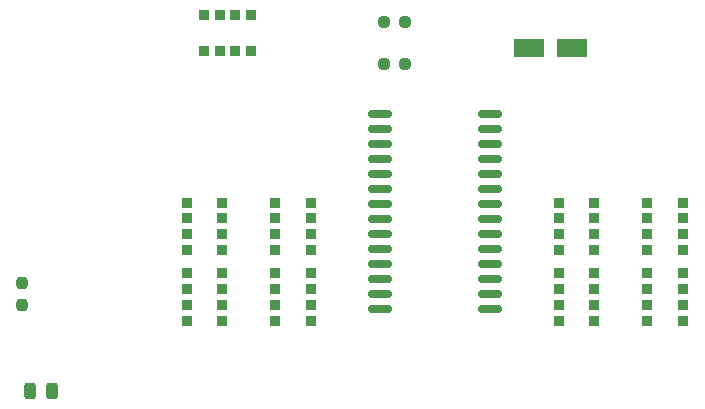
<source format=gtp>
%TF.GenerationSoftware,KiCad,Pcbnew,(6.0.4)*%
%TF.CreationDate,2022-04-04T21:53:05+02:00*%
%TF.ProjectId,SWITCH_INPUT_BOARD,53574954-4348-45f4-994e-5055545f424f,rev?*%
%TF.SameCoordinates,Original*%
%TF.FileFunction,Paste,Top*%
%TF.FilePolarity,Positive*%
%FSLAX46Y46*%
G04 Gerber Fmt 4.6, Leading zero omitted, Abs format (unit mm)*
G04 Created by KiCad (PCBNEW (6.0.4)) date 2022-04-04 21:53:05*
%MOMM*%
%LPD*%
G01*
G04 APERTURE LIST*
G04 Aperture macros list*
%AMRoundRect*
0 Rectangle with rounded corners*
0 $1 Rounding radius*
0 $2 $3 $4 $5 $6 $7 $8 $9 X,Y pos of 4 corners*
0 Add a 4 corners polygon primitive as box body*
4,1,4,$2,$3,$4,$5,$6,$7,$8,$9,$2,$3,0*
0 Add four circle primitives for the rounded corners*
1,1,$1+$1,$2,$3*
1,1,$1+$1,$4,$5*
1,1,$1+$1,$6,$7*
1,1,$1+$1,$8,$9*
0 Add four rect primitives between the rounded corners*
20,1,$1+$1,$2,$3,$4,$5,0*
20,1,$1+$1,$4,$5,$6,$7,0*
20,1,$1+$1,$6,$7,$8,$9,0*
20,1,$1+$1,$8,$9,$2,$3,0*%
G04 Aperture macros list end*
%ADD10R,0.900000X0.900000*%
%ADD11RoundRect,0.150000X0.875000X0.150000X-0.875000X0.150000X-0.875000X-0.150000X0.875000X-0.150000X0*%
%ADD12RoundRect,0.243750X-0.243750X-0.456250X0.243750X-0.456250X0.243750X0.456250X-0.243750X0.456250X0*%
%ADD13RoundRect,0.237500X0.237500X-0.250000X0.237500X0.250000X-0.237500X0.250000X-0.237500X-0.250000X0*%
%ADD14RoundRect,0.249600X-1.050400X-0.550400X1.050400X-0.550400X1.050400X0.550400X-1.050400X0.550400X0*%
%ADD15RoundRect,0.237500X-0.250000X-0.237500X0.250000X-0.237500X0.250000X0.237500X-0.250000X0.237500X0*%
G04 APERTURE END LIST*
D10*
X115000000Y-94750000D03*
X115000000Y-93410000D03*
X115000000Y-92090000D03*
X115000000Y-90750000D03*
X112000000Y-90750000D03*
X112000000Y-92090000D03*
X112000000Y-93410000D03*
X112000000Y-94750000D03*
D11*
X137650000Y-99755000D03*
X137650000Y-98485000D03*
X137650000Y-97215000D03*
X137650000Y-95945000D03*
X137650000Y-94675000D03*
X137650000Y-93405000D03*
X137650000Y-92135000D03*
X137650000Y-90865000D03*
X137650000Y-89595000D03*
X137650000Y-88325000D03*
X137650000Y-87055000D03*
X137650000Y-85785000D03*
X137650000Y-84515000D03*
X137650000Y-83245000D03*
X128350000Y-83245000D03*
X128350000Y-84515000D03*
X128350000Y-85785000D03*
X128350000Y-87055000D03*
X128350000Y-88325000D03*
X128350000Y-89595000D03*
X128350000Y-90865000D03*
X128350000Y-92135000D03*
X128350000Y-93405000D03*
X128350000Y-94675000D03*
X128350000Y-95945000D03*
X128350000Y-97215000D03*
X128350000Y-98485000D03*
X128350000Y-99755000D03*
D10*
X113480000Y-77880000D03*
X114820000Y-77880000D03*
X116140000Y-77880000D03*
X117480000Y-77880000D03*
X117480000Y-74880000D03*
X116140000Y-74880000D03*
X114820000Y-74880000D03*
X113480000Y-74880000D03*
X146500000Y-100750000D03*
X146500000Y-99410000D03*
X146500000Y-98090000D03*
X146500000Y-96750000D03*
X143500000Y-96750000D03*
X143500000Y-98090000D03*
X143500000Y-99410000D03*
X143500000Y-100750000D03*
X146500000Y-94750000D03*
X146500000Y-93410000D03*
X146500000Y-92090000D03*
X146500000Y-90750000D03*
X143500000Y-90750000D03*
X143500000Y-92090000D03*
X143500000Y-93410000D03*
X143500000Y-94750000D03*
X115000000Y-100750000D03*
X115000000Y-99410000D03*
X115000000Y-98090000D03*
X115000000Y-96750000D03*
X112000000Y-96750000D03*
X112000000Y-98090000D03*
X112000000Y-99410000D03*
X112000000Y-100750000D03*
X151000000Y-96750000D03*
X151000000Y-98090000D03*
X151000000Y-99410000D03*
X151000000Y-100750000D03*
X154000000Y-100750000D03*
X154000000Y-99410000D03*
X154000000Y-98090000D03*
X154000000Y-96750000D03*
X151000000Y-90750000D03*
X151000000Y-92090000D03*
X151000000Y-93410000D03*
X151000000Y-94750000D03*
X154000000Y-94750000D03*
X154000000Y-93410000D03*
X154000000Y-92090000D03*
X154000000Y-90750000D03*
X119500000Y-90750000D03*
X119500000Y-92090000D03*
X119500000Y-93410000D03*
X119500000Y-94750000D03*
X122500000Y-94750000D03*
X122500000Y-93410000D03*
X122500000Y-92090000D03*
X122500000Y-90750000D03*
X119500000Y-96750000D03*
X119500000Y-98090000D03*
X119500000Y-99410000D03*
X119500000Y-100750000D03*
X122500000Y-100750000D03*
X122500000Y-99410000D03*
X122500000Y-98090000D03*
X122500000Y-96750000D03*
D12*
X98762500Y-106700000D03*
X100637500Y-106700000D03*
D13*
X98100000Y-99412500D03*
X98100000Y-97587500D03*
D14*
X141000000Y-77700000D03*
X144600000Y-77700000D03*
D15*
X128687500Y-79000000D03*
X130512500Y-79000000D03*
X128687500Y-75500000D03*
X130512500Y-75500000D03*
M02*

</source>
